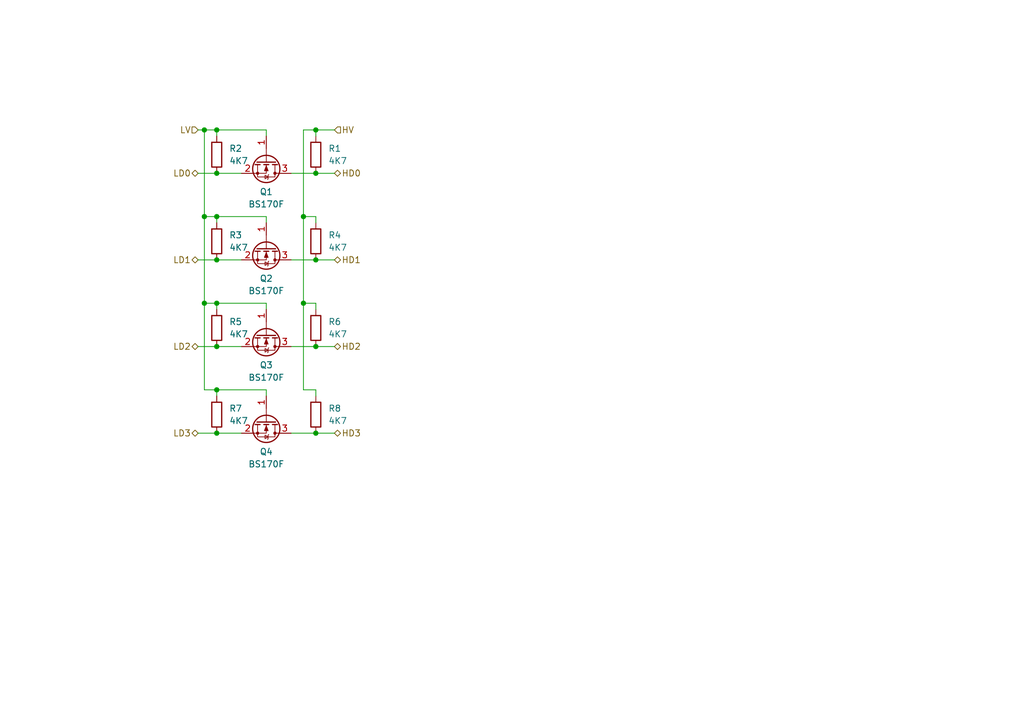
<source format=kicad_sch>
(kicad_sch (version 20250114) (generator "eeschema") (generator_version "9.0")
  (paper "A5")
  (title_block (title "Logic level shifter") (date "2025-06-08") (rev "A") (company "A.K."))
  (lib_symbols
    (symbol "Device:R" (pin_numbers (hide yes)) (pin_names (offset 0))
      (property "Reference" "R" (at 2.032 0 90))
      (property "Value" "R" (at 0 0 90))
      (symbol "R_0_1"
        (rectangle (start -1.016 -2.54) (end 1.016 2.54) (stroke (width 0.254)))
      )
      (symbol "R_1_1"
        (pin passive line (at 0 3.81 270) (length 1.27) (name "~") (number "1"))
        (pin passive line (at 0 -3.81 90) (length 1.27) (name "~") (number "2"))
      )
    )
    (symbol "Transistor_FET:BS170F" (pin_names (hide yes))
      (property "Reference" "Q" (at 5.08 1.905 0))
      (property "Value" "BS170F" (at 5.08 0 0))
      (symbol "BS170F_0_1"
        (polyline (pts (xy 0.254 1.905) (xy 0.254 -1.905)) (stroke (width 0.254)))
        (polyline (pts (xy 0.254 0) (xy -2.54 0)))
        (polyline (pts (xy 0.762 2.286) (xy 0.762 1.27)) (stroke (width 0.254)))
        (polyline (pts (xy 0.762 0.508) (xy 0.762 -0.508)) (stroke (width 0.254)))
        (polyline (pts (xy 0.762 -1.27) (xy 0.762 -2.286)) (stroke (width 0.254)))
        (polyline (pts (xy 0.762 -1.778) (xy 3.302 -1.778) (xy 3.302 1.778) (xy 0.762 1.778)))
        (polyline (pts (xy 1.016 0) (xy 2.032 0.381) (xy 2.032 -0.381) (xy 1.016 0)) (fill (type outline)))
        (circle (center 1.651 0) (radius 2.794) (stroke (width 0.254)))
        (polyline (pts (xy 2.54 2.54) (xy 2.54 1.778)))
        (circle (center 2.54 1.778) (radius 0.254) (fill (type outline)))
        (circle (center 2.54 -1.778) (radius 0.254) (fill (type outline)))
        (polyline (pts (xy 2.54 -2.54) (xy 2.54 0) (xy 0.762 0)))
        (polyline (pts (xy 2.794 0.508) (xy 2.921 0.381) (xy 3.683 0.381) (xy 3.81 0.254)))
        (polyline (pts (xy 3.302 0.381) (xy 2.921 -0.254) (xy 3.683 -0.254) (xy 3.302 0.381)))
      )
      (symbol "BS170F_1_1"
        (pin input line (at -5.08 0 0) (length 2.54) (name "G") (number "1"))
        (pin passive line (at 2.54 5.08 270) (length 2.54) (name "D") (number "3"))
        (pin passive line (at 2.54 -5.08 90) (length 2.54) (name "S") (number "2"))
      )
    )
  )
  (junction (at 44.45 26.67))
  (junction (at 44.45 88.9))
  (junction (at 64.77 35.56))
  (junction (at 64.77 88.9))
  (junction (at 44.45 35.56))
  (junction (at 44.45 62.23))
  (junction (at 64.77 71.12))
  (junction (at 44.45 71.12))
  (junction (at 44.45 53.34))
  (junction (at 64.77 53.34))
  (junction (at 64.77 26.67))
  (junction (at 44.45 44.45))
  (junction (at 41.91 44.45))
  (junction (at 41.91 62.23))
  (junction (at 44.45 80.01))
  (junction (at 41.91 26.67))
  (junction (at 62.23 62.23))
  (junction (at 62.23 44.45))
  (wire (pts (xy 41.91 26.67) (xy 41.91 44.45)))
  (wire (pts (xy 44.45 26.67) (xy 44.45 27.94)))
  (wire (pts (xy 64.77 62.23) (xy 64.77 63.5)))
  (wire (pts (xy 64.77 26.67) (xy 64.77 27.94)))
  (wire (pts (xy 44.45 80.01) (xy 54.61 80.01)))
  (wire (pts (xy 64.77 44.45) (xy 64.77 45.72)))
  (wire (pts (xy 44.45 44.45) (xy 44.45 45.72)))
  (wire (pts (xy 41.91 62.23) (xy 44.45 62.23)))
  (wire (pts (xy 40.64 26.67) (xy 41.91 26.67)))
  (wire (pts (xy 62.23 80.01) (xy 64.77 80.01)))
  (wire (pts (xy 54.61 26.67) (xy 54.61 27.94)))
  (wire (pts (xy 64.77 26.67) (xy 62.23 26.67)))
  (wire (pts (xy 40.64 53.34) (xy 44.45 53.34)))
  (wire (pts (xy 44.45 80.01) (xy 44.45 81.28)))
  (wire (pts (xy 41.91 44.45) (xy 41.91 62.23)))
  (wire (pts (xy 62.23 44.45) (xy 64.77 44.45)))
  (wire (pts (xy 54.61 80.01) (xy 54.61 81.28)))
  (wire (pts (xy 44.45 71.12) (xy 49.53 71.12)))
  (wire (pts (xy 41.91 62.23) (xy 41.91 80.01)))
  (wire (pts (xy 59.69 71.12) (xy 64.77 71.12)))
  (wire (pts (xy 44.45 44.45) (xy 54.61 44.45)))
  (wire (pts (xy 59.69 53.34) (xy 64.77 53.34)))
  (wire (pts (xy 44.45 62.23) (xy 54.61 62.23)))
  (wire (pts (xy 40.64 88.9) (xy 44.45 88.9)))
  (wire (pts (xy 54.61 62.23) (xy 54.61 63.5)))
  (wire (pts (xy 44.45 62.23) (xy 44.45 63.5)))
  (wire (pts (xy 59.69 88.9) (xy 64.77 88.9)))
  (wire (pts (xy 40.64 35.56) (xy 44.45 35.56)))
  (wire (pts (xy 44.45 88.9) (xy 49.53 88.9)))
  (wire (pts (xy 62.23 26.67) (xy 62.23 44.45)))
  (wire (pts (xy 64.77 80.01) (xy 64.77 81.28)))
  (wire (pts (xy 41.91 26.67) (xy 44.45 26.67)))
  (wire (pts (xy 54.61 44.45) (xy 54.61 45.72)))
  (wire (pts (xy 62.23 62.23) (xy 62.23 80.01)))
  (wire (pts (xy 40.64 71.12) (xy 44.45 71.12)))
  (wire (pts (xy 62.23 62.23) (xy 64.77 62.23)))
  (wire (pts (xy 59.69 35.56) (xy 64.77 35.56)))
  (wire (pts (xy 62.23 44.45) (xy 62.23 62.23)))
  (wire (pts (xy 64.77 88.9) (xy 68.58 88.9)))
  (wire (pts (xy 64.77 71.12) (xy 68.58 71.12)))
  (wire (pts (xy 64.77 35.56) (xy 68.58 35.56)))
  (wire (pts (xy 64.77 53.34) (xy 68.58 53.34)))
  (wire (pts (xy 68.58 26.67) (xy 64.77 26.67)))
  (wire (pts (xy 44.45 26.67) (xy 54.61 26.67)))
  (wire (pts (xy 41.91 80.01) (xy 44.45 80.01)))
  (wire (pts (xy 41.91 44.45) (xy 44.45 44.45)))
  (wire (pts (xy 44.45 35.56) (xy 49.53 35.56)))
  (wire (pts (xy 44.45 53.34) (xy 49.53 53.34)))
  (hierarchical_label "LD0" (shape bidirectional) (at 40.64 35.56 180))
  (hierarchical_label "LD3" (shape bidirectional) (at 40.64 88.9 180))
  (hierarchical_label "LD1" (shape bidirectional) (at 40.64 53.34 180))
  (hierarchical_label "LV" (shape input) (at 40.64 26.67 180))
  (hierarchical_label "HD3" (shape bidirectional) (at 68.58 88.9 0))
  (hierarchical_label "HD2" (shape bidirectional) (at 68.58 71.12 0))
  (hierarchical_label "LD2" (shape bidirectional) (at 40.64 71.12 180))
  (hierarchical_label "HD1" (shape bidirectional) (at 68.58 53.34 0))
  (hierarchical_label "HV" (shape input) (at 68.58 26.67 0))
  (hierarchical_label "HD0" (shape bidirectional) (at 68.58 35.56 0))
  (symbol (lib_id "Device:R") (at 64.77 31.75 0) (unit 1)
    (property "Reference" "R1" (at 67.31 30.4799 0) (effects (justify left)))
    (property "Value" "4K7" (at 67.31 33.0199 0) (effects (justify left)))
    (property "Footprint" "Resistor_SMD:R_0805_2012Metric_Pad1.20x1.40mm_HandSolder" (effects (hide yes)))
    (property "Description" "Resistor" (effects (hide yes)))
  )
  (symbol (lib_id "Device:R") (at 44.45 85.09 0) (unit 1)
    (property "Reference" "R7" (at 46.99 83.8199 0) (effects (justify left)))
    (property "Value" "4K7" (at 46.99 86.3599 0) (effects (justify left)))
    (property "Footprint" "Resistor_SMD:R_0805_2012Metric_Pad1.20x1.40mm_HandSolder" (effects (hide yes)))
    (property "Description" "Resistor" (effects (hide yes)))
  )
  (symbol (lib_id "Transistor_FET:BS170F") (at 54.61 68.58 270) (unit 1)
    (property "Reference" "Q3" (at 54.61 74.93 90))
    (property "Value" "BS170F" (at 54.61 77.47 90))
    (property "Footprint" "Package_TO_SOT_SMD:SOT-23" (effects (hide yes)))
    (property "Datasheet" "http://www.diodes.com/assets/Datasheets/BS170F.pdf" (effects (hide yes)))
    (property "Description" "0.15A Id, 60V Vds, N-Channel MOSFET, SOT-23" (effects (hide yes)))
  )
  (symbol (lib_id "Transistor_FET:BS170F") (at 54.61 86.36 270) (unit 1)
    (property "Reference" "Q4" (at 54.61 92.71 90))
    (property "Value" "BS170F" (at 54.61 95.25 90))
    (property "Footprint" "Package_TO_SOT_SMD:SOT-23" (effects (hide yes)))
    (property "Datasheet" "http://www.diodes.com/assets/Datasheets/BS170F.pdf" (effects (hide yes)))
    (property "Description" "0.15A Id, 60V Vds, N-Channel MOSFET, SOT-23" (effects (hide yes)))
  )
  (symbol (lib_id "Device:R") (at 64.77 85.09 0) (unit 1)
    (property "Reference" "R8" (at 67.31 83.8199 0) (effects (justify left)))
    (property "Value" "4K7" (at 67.31 86.3599 0) (effects (justify left)))
    (property "Footprint" "Resistor_SMD:R_0805_2012Metric_Pad1.20x1.40mm_HandSolder" (effects (hide yes)))
    (property "Description" "Resistor" (effects (hide yes)))
  )
  (symbol (lib_id "Device:R") (at 64.77 49.53 0) (unit 1)
    (property "Reference" "R4" (at 67.31 48.2599 0) (effects (justify left)))
    (property "Value" "4K7" (at 67.31 50.7999 0) (effects (justify left)))
    (property "Footprint" "Resistor_SMD:R_0805_2012Metric_Pad1.20x1.40mm_HandSolder" (effects (hide yes)))
    (property "Description" "Resistor" (effects (hide yes)))
  )
  (symbol (lib_id "Device:R") (at 44.45 49.53 0) (unit 1)
    (property "Reference" "R3" (at 46.99 48.2599 0) (effects (justify left)))
    (property "Value" "4K7" (at 46.99 50.7999 0) (effects (justify left)))
    (property "Footprint" "Resistor_SMD:R_0805_2012Metric_Pad1.20x1.40mm_HandSolder" (effects (hide yes)))
    (property "Description" "Resistor" (effects (hide yes)))
  )
  (symbol (lib_id "Device:R") (at 44.45 67.31 0) (unit 1)
    (property "Reference" "R5" (at 46.99 66.0399 0) (effects (justify left)))
    (property "Value" "4K7" (at 46.99 68.5799 0) (effects (justify left)))
    (property "Footprint" "Resistor_SMD:R_0805_2012Metric_Pad1.20x1.40mm_HandSolder" (effects (hide yes)))
    (property "Description" "Resistor" (effects (hide yes)))
  )
  (symbol (lib_id "Device:R") (at 64.77 67.31 0) (unit 1)
    (property "Reference" "R6" (at 67.31 66.0399 0) (effects (justify left)))
    (property "Value" "4K7" (at 67.31 68.5799 0) (effects (justify left)))
    (property "Footprint" "Resistor_SMD:R_0805_2012Metric_Pad1.20x1.40mm_HandSolder" (effects (hide yes)))
    (property "Description" "Resistor" (effects (hide yes)))
  )
  (symbol (lib_id "Transistor_FET:BS170F") (at 54.61 50.8 270) (unit 1)
    (property "Reference" "Q2" (at 54.61 57.15 90))
    (property "Value" "BS170F" (at 54.61 59.69 90))
    (property "Footprint" "Package_TO_SOT_SMD:SOT-23" (effects (hide yes)))
    (property "Datasheet" "http://www.diodes.com/assets/Datasheets/BS170F.pdf" (effects (hide yes)))
    (property "Description" "0.15A Id, 60V Vds, N-Channel MOSFET, SOT-23" (effects (hide yes)))
  )
  (symbol (lib_id "Device:R") (at 44.45 31.75 0) (unit 1)
    (property "Reference" "R2" (at 46.99 30.4799 0) (effects (justify left)))
    (property "Value" "4K7" (at 46.99 33.0199 0) (effects (justify left)))
    (property "Footprint" "Resistor_SMD:R_0805_2012Metric_Pad1.20x1.40mm_HandSolder" (effects (hide yes)))
    (property "Description" "Resistor" (effects (hide yes)))
  )
  (symbol (lib_id "Transistor_FET:BS170F") (at 54.61 33.02 270) (unit 1)
    (property "Reference" "Q1" (at 54.61 39.37 90))
    (property "Value" "BS170F" (at 54.61 41.91 90))
    (property "Footprint" "Package_TO_SOT_SMD:SOT-23" (effects (hide yes)))
    (property "Datasheet" "http://www.diodes.com/assets/Datasheets/BS170F.pdf" (effects (hide yes)))
    (property "Description" "0.15A Id, 60V Vds, N-Channel MOSFET, SOT-23" (effects (hide yes)))
  )
)
</source>
